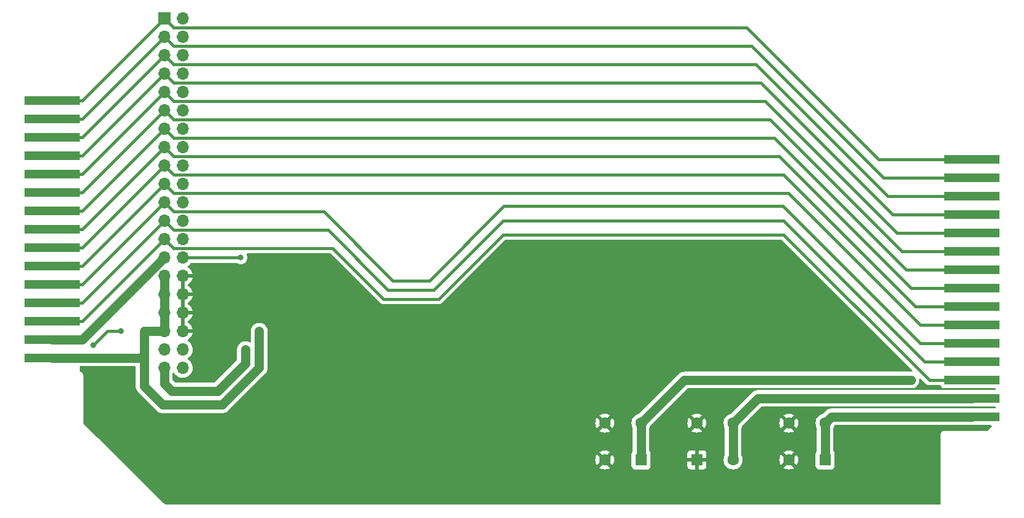
<source format=gbl>
G04 #@! TF.GenerationSoftware,KiCad,Pcbnew,(6.0.0)*
G04 #@! TF.CreationDate,2022-11-09T00:44:27-05:00*
G04 #@! TF.ProjectId,Sorcerer Rom Pack to Ribbon,536f7263-6572-4657-9220-526f6d205061,rev?*
G04 #@! TF.SameCoordinates,Original*
G04 #@! TF.FileFunction,Copper,L2,Bot*
G04 #@! TF.FilePolarity,Positive*
%FSLAX46Y46*%
G04 Gerber Fmt 4.6, Leading zero omitted, Abs format (unit mm)*
G04 Created by KiCad (PCBNEW (6.0.0)) date 2022-11-09 00:44:27*
%MOMM*%
%LPD*%
G01*
G04 APERTURE LIST*
G04 #@! TA.AperFunction,ComponentPad*
%ADD10C,1.600000*%
G04 #@! TD*
G04 #@! TA.AperFunction,ConnectorPad*
%ADD11R,7.600000X1.270000*%
G04 #@! TD*
G04 #@! TA.AperFunction,ComponentPad*
%ADD12R,1.600000X1.600000*%
G04 #@! TD*
G04 #@! TA.AperFunction,ComponentPad*
%ADD13R,1.700000X1.700000*%
G04 #@! TD*
G04 #@! TA.AperFunction,ComponentPad*
%ADD14O,1.700000X1.700000*%
G04 #@! TD*
G04 #@! TA.AperFunction,ViaPad*
%ADD15C,0.800000*%
G04 #@! TD*
G04 #@! TA.AperFunction,Conductor*
%ADD16C,1.270000*%
G04 #@! TD*
G04 #@! TA.AperFunction,Conductor*
%ADD17C,0.400000*%
G04 #@! TD*
G04 APERTURE END LIST*
D10*
X172720000Y-132080000D03*
X167720000Y-132080000D03*
D11*
X192985000Y-95660000D03*
X192985000Y-98200000D03*
X192985000Y-100740000D03*
X192985000Y-103280000D03*
X192985000Y-105820000D03*
X192985000Y-108360000D03*
X192985000Y-110900000D03*
X192985000Y-113440000D03*
X192985000Y-115980000D03*
X192985000Y-118520000D03*
X192985000Y-121060000D03*
X192985000Y-123600000D03*
X192985000Y-126140000D03*
X192985000Y-128680000D03*
X192985000Y-131220000D03*
D10*
X147320000Y-132080000D03*
X142320000Y-132080000D03*
D12*
X155020000Y-137160000D03*
D10*
X160020000Y-137160000D03*
X155020000Y-132080000D03*
X160020000Y-132080000D03*
D13*
X81534000Y-76200000D03*
D14*
X84074000Y-76200000D03*
X81534000Y-78740000D03*
X84074000Y-78740000D03*
X81534000Y-81280000D03*
X84074000Y-81280000D03*
X81534000Y-83820000D03*
X84074000Y-83820000D03*
X81534000Y-86360000D03*
X84074000Y-86360000D03*
X81534000Y-88900000D03*
X84074000Y-88900000D03*
X81534000Y-91440000D03*
X84074000Y-91440000D03*
X81534000Y-93980000D03*
X84074000Y-93980000D03*
X81534000Y-96520000D03*
X84074000Y-96520000D03*
X81534000Y-99060000D03*
X84074000Y-99060000D03*
X81534000Y-101600000D03*
X84074000Y-101600000D03*
X81534000Y-104140000D03*
X84074000Y-104140000D03*
X81534000Y-106680000D03*
X84074000Y-106680000D03*
X81534000Y-109220000D03*
X84074000Y-109220000D03*
X81534000Y-111760000D03*
X84074000Y-111760000D03*
X81534000Y-114300000D03*
X84074000Y-114300000D03*
X81534000Y-116840000D03*
X84074000Y-116840000D03*
X81534000Y-119380000D03*
X84074000Y-119380000D03*
X81534000Y-121920000D03*
X84074000Y-121920000D03*
X81534000Y-124460000D03*
X84074000Y-124460000D03*
D12*
X147320000Y-137160000D03*
D10*
X142320000Y-137160000D03*
D12*
X172720000Y-137160000D03*
D10*
X167720000Y-137160000D03*
D11*
X66015000Y-123075700D03*
X66015000Y-120535700D03*
X66015000Y-117995700D03*
X66015000Y-115455700D03*
X66015000Y-112915700D03*
X66015000Y-110375700D03*
X66015000Y-107835700D03*
X66015000Y-105295700D03*
X66015000Y-102755700D03*
X66015000Y-100215700D03*
X66015000Y-97675700D03*
X66015000Y-95135700D03*
X66015000Y-92595700D03*
X66015000Y-90055700D03*
X66015000Y-87515700D03*
D15*
X94615000Y-119380000D03*
X92710000Y-121920000D03*
X184560000Y-126140000D03*
X71755000Y-121285000D03*
X92075000Y-109220000D03*
X75565000Y-119380000D03*
D16*
X78219300Y-123075700D02*
X66050000Y-123075700D01*
X172720000Y-132080000D02*
X172720000Y-137160000D01*
X81534000Y-111760000D02*
X81534000Y-119380000D01*
X78740000Y-122555000D02*
X78219300Y-123075700D01*
X78740000Y-127000000D02*
X78740000Y-122555000D01*
X81280000Y-129540000D02*
X78740000Y-127000000D01*
X78740000Y-122555000D02*
X78740000Y-119380000D01*
X192985000Y-131220000D02*
X173580000Y-131220000D01*
X173580000Y-131220000D02*
X172720000Y-132080000D01*
X94615000Y-119380000D02*
X94615000Y-124460000D01*
X94615000Y-124460000D02*
X89535000Y-129540000D01*
X89535000Y-129540000D02*
X81280000Y-129540000D01*
X78740000Y-119380000D02*
X81534000Y-119380000D01*
X160020000Y-132080000D02*
X160020000Y-137160000D01*
X92710000Y-121920000D02*
X92710000Y-123825000D01*
X88900000Y-127635000D02*
X82550000Y-127635000D01*
X81534000Y-126619000D02*
X81534000Y-124460000D01*
X70218300Y-120535700D02*
X66050000Y-120535700D01*
X92710000Y-123825000D02*
X88900000Y-127635000D01*
X163420000Y-128680000D02*
X160020000Y-132080000D01*
X82550000Y-127635000D02*
X81534000Y-126619000D01*
X192985000Y-128680000D02*
X163420000Y-128680000D01*
X81534000Y-109220000D02*
X70218300Y-120535700D01*
X147320000Y-132080000D02*
X147320000Y-137160000D01*
X153260000Y-126140000D02*
X147320000Y-132080000D01*
X184560000Y-126140000D02*
X153260000Y-126140000D01*
D17*
X113030000Y-112395000D02*
X118110000Y-112395000D01*
X81534000Y-101600000D02*
X82824489Y-102890489D01*
X82824489Y-102890489D02*
X103525489Y-102890489D01*
X118110000Y-112395000D02*
X128385394Y-102119606D01*
X185830000Y-121060000D02*
X192985000Y-121060000D01*
X166889606Y-102119606D02*
X185830000Y-121060000D01*
X103525489Y-102890489D02*
X113030000Y-112395000D01*
X128385394Y-102119606D02*
X166889606Y-102119606D01*
X70218300Y-112915700D02*
X66050000Y-112915700D01*
X81534000Y-101600000D02*
X70218300Y-112915700D01*
X70218300Y-110375700D02*
X66050000Y-110375700D01*
X81534000Y-99060000D02*
X70218300Y-110375700D01*
X185830000Y-118520000D02*
X192985000Y-118520000D01*
X81534000Y-99060000D02*
X82824489Y-100350489D01*
X167660489Y-100350489D02*
X185830000Y-118520000D01*
X82824489Y-100350489D02*
X167660489Y-100350489D01*
X167005000Y-106045000D02*
X187100000Y-126140000D01*
X104754511Y-107929511D02*
X111760000Y-114935000D01*
X128270000Y-106045000D02*
X167005000Y-106045000D01*
X81534000Y-106680000D02*
X82783511Y-107929511D01*
X81534000Y-106680000D02*
X70218300Y-117995700D01*
X70218300Y-117995700D02*
X66050000Y-117995700D01*
X82783511Y-107929511D02*
X104754511Y-107929511D01*
X187100000Y-126140000D02*
X192985000Y-126140000D01*
X119380000Y-114935000D02*
X128270000Y-106045000D01*
X111760000Y-114935000D02*
X119380000Y-114935000D01*
X81534000Y-76200000D02*
X70218300Y-87515700D01*
X161904511Y-77449511D02*
X180115000Y-95660000D01*
X180115000Y-95660000D02*
X192985000Y-95660000D01*
X82783511Y-77449511D02*
X161904511Y-77449511D01*
X81534000Y-76200000D02*
X82783511Y-77449511D01*
X70218300Y-87515700D02*
X66050000Y-87515700D01*
X70218300Y-90055700D02*
X66050000Y-90055700D01*
X82824489Y-80030489D02*
X81534000Y-78740000D01*
X180750000Y-98200000D02*
X162580489Y-80030489D01*
X192985000Y-98200000D02*
X180750000Y-98200000D01*
X162580489Y-80030489D02*
X82824489Y-80030489D01*
X81534000Y-78740000D02*
X70218300Y-90055700D01*
X81534000Y-86360000D02*
X70218300Y-97675700D01*
X81534000Y-86360000D02*
X82824489Y-87650489D01*
X164465000Y-87630000D02*
X182655000Y-105820000D01*
X161269511Y-87650489D02*
X161290000Y-87630000D01*
X82824489Y-87650489D02*
X161269511Y-87650489D01*
X70218300Y-97675700D02*
X66050000Y-97675700D01*
X161290000Y-87630000D02*
X164465000Y-87630000D01*
X182655000Y-105820000D02*
X192985000Y-105820000D01*
X82824489Y-90190489D02*
X165120489Y-90190489D01*
X183290000Y-108360000D02*
X192985000Y-108360000D01*
X165120489Y-90190489D02*
X183290000Y-108360000D01*
X81534000Y-88900000D02*
X82824489Y-90190489D01*
X81534000Y-88900000D02*
X70218300Y-100215700D01*
X70218300Y-100215700D02*
X66050000Y-100215700D01*
X183925000Y-110900000D02*
X192985000Y-110900000D01*
X82783511Y-92689511D02*
X165714511Y-92689511D01*
X70218300Y-102755700D02*
X66050000Y-102755700D01*
X165714511Y-92689511D02*
X183925000Y-110900000D01*
X81534000Y-91440000D02*
X82783511Y-92689511D01*
X81534000Y-91440000D02*
X70218300Y-102755700D01*
X81534000Y-93980000D02*
X82824489Y-95270489D01*
X81534000Y-93980000D02*
X70218300Y-105295700D01*
X70218300Y-105295700D02*
X66050000Y-105295700D01*
X82824489Y-95270489D02*
X163174511Y-95270489D01*
X166370000Y-95250000D02*
X184560000Y-113440000D01*
X163195000Y-95250000D02*
X166370000Y-95250000D01*
X184560000Y-113440000D02*
X192985000Y-113440000D01*
X163174511Y-95270489D02*
X163195000Y-95250000D01*
X70218300Y-107835700D02*
X66050000Y-107835700D01*
X81534000Y-96520000D02*
X82824489Y-97810489D01*
X163830000Y-97790000D02*
X167005000Y-97790000D01*
X167005000Y-97790000D02*
X185195000Y-115980000D01*
X163809511Y-97810489D02*
X163830000Y-97790000D01*
X81534000Y-96520000D02*
X70218300Y-107835700D01*
X185195000Y-115980000D02*
X192985000Y-115980000D01*
X82824489Y-97810489D02*
X163809511Y-97810489D01*
X81534000Y-104140000D02*
X82824489Y-105430489D01*
X167005000Y-104140000D02*
X186465000Y-123600000D01*
X186465000Y-123600000D02*
X192985000Y-123600000D01*
X70218300Y-115455700D02*
X66050000Y-115455700D01*
X82824489Y-105430489D02*
X104160489Y-105430489D01*
X112395000Y-113665000D02*
X118745000Y-113665000D01*
X118745000Y-113665000D02*
X128270000Y-104140000D01*
X104160489Y-105430489D02*
X112395000Y-113665000D01*
X81534000Y-104140000D02*
X70218300Y-115455700D01*
X128270000Y-104140000D02*
X167005000Y-104140000D01*
X70218300Y-92595700D02*
X66050000Y-92595700D01*
X81534000Y-81280000D02*
X70218300Y-92595700D01*
X82783511Y-82529511D02*
X163174511Y-82529511D01*
X81534000Y-81280000D02*
X82783511Y-82529511D01*
X181385000Y-100740000D02*
X192985000Y-100740000D01*
X163174511Y-82529511D02*
X181385000Y-100740000D01*
X70218300Y-95135700D02*
X66050000Y-95135700D01*
X182020000Y-103280000D02*
X192985000Y-103280000D01*
X82783511Y-85069511D02*
X163809511Y-85069511D01*
X81534000Y-83820000D02*
X82783511Y-85069511D01*
X163809511Y-85069511D02*
X182020000Y-103280000D01*
X81534000Y-83820000D02*
X70218300Y-95135700D01*
X71755000Y-121285000D02*
X73660000Y-119380000D01*
X92075000Y-109220000D02*
X84074000Y-109220000D01*
X73660000Y-119380000D02*
X75565000Y-119380000D01*
G04 #@! TA.AperFunction,Conductor*
G36*
X166727461Y-106773502D02*
G01*
X166748435Y-106790405D01*
X184741419Y-124783389D01*
X184775445Y-124845701D01*
X184770380Y-124916516D01*
X184727833Y-124973352D01*
X184661313Y-124998163D01*
X184637518Y-124997611D01*
X184631822Y-124996937D01*
X184631815Y-124996937D01*
X184628126Y-124996500D01*
X153302805Y-124996500D01*
X153294564Y-124996230D01*
X153285452Y-124995633D01*
X153229939Y-124991994D01*
X153142041Y-125002398D01*
X153138773Y-125002740D01*
X153050721Y-125010831D01*
X153045155Y-125012401D01*
X153041459Y-125013086D01*
X153030610Y-125015244D01*
X153026974Y-125016017D01*
X153021235Y-125016696D01*
X152936744Y-125042931D01*
X152933608Y-125043860D01*
X152872459Y-125061106D01*
X152848451Y-125067877D01*
X152843263Y-125070435D01*
X152839812Y-125071760D01*
X152829434Y-125075901D01*
X152826047Y-125077304D01*
X152820527Y-125079018D01*
X152815413Y-125081709D01*
X152815412Y-125081709D01*
X152742255Y-125120198D01*
X152739319Y-125121695D01*
X152659963Y-125160829D01*
X152655332Y-125164287D01*
X152652129Y-125166250D01*
X152642742Y-125172173D01*
X152639649Y-125174182D01*
X152634537Y-125176871D01*
X152565044Y-125231656D01*
X152562474Y-125233627D01*
X152496199Y-125283116D01*
X152496192Y-125283123D01*
X152491571Y-125286573D01*
X152487657Y-125290807D01*
X152487655Y-125290809D01*
X152435738Y-125346973D01*
X152432308Y-125350539D01*
X146985300Y-130797547D01*
X146928816Y-130830159D01*
X146870757Y-130845716D01*
X146773591Y-130891025D01*
X146668238Y-130940151D01*
X146668233Y-130940154D01*
X146663251Y-130942477D01*
X146606080Y-130982509D01*
X146480211Y-131070643D01*
X146480208Y-131070645D01*
X146475700Y-131073802D01*
X146313802Y-131235700D01*
X146182477Y-131423251D01*
X146180154Y-131428233D01*
X146180151Y-131428238D01*
X146180034Y-131428489D01*
X146085716Y-131630757D01*
X146084294Y-131636065D01*
X146084293Y-131636067D01*
X146063019Y-131715461D01*
X146026457Y-131851913D01*
X146006502Y-132080000D01*
X146026457Y-132308087D01*
X146027881Y-132313400D01*
X146027881Y-132313402D01*
X146082358Y-132516709D01*
X146085716Y-132529243D01*
X146088039Y-132534224D01*
X146088039Y-132534225D01*
X146164695Y-132698615D01*
X146176500Y-132751865D01*
X146176500Y-135928397D01*
X146156498Y-135996518D01*
X146151330Y-136003956D01*
X146069385Y-136113295D01*
X146018255Y-136249684D01*
X146011500Y-136311866D01*
X146011500Y-138008134D01*
X146018255Y-138070316D01*
X146069385Y-138206705D01*
X146156739Y-138323261D01*
X146273295Y-138410615D01*
X146409684Y-138461745D01*
X146471866Y-138468500D01*
X148168134Y-138468500D01*
X148230316Y-138461745D01*
X148366705Y-138410615D01*
X148483261Y-138323261D01*
X148570615Y-138206705D01*
X148621745Y-138070316D01*
X148628500Y-138008134D01*
X148628500Y-138004669D01*
X153712001Y-138004669D01*
X153712371Y-138011490D01*
X153717895Y-138062352D01*
X153721521Y-138077604D01*
X153766676Y-138198054D01*
X153775214Y-138213649D01*
X153851715Y-138315724D01*
X153864276Y-138328285D01*
X153966351Y-138404786D01*
X153981946Y-138413324D01*
X154102394Y-138458478D01*
X154117649Y-138462105D01*
X154168514Y-138467631D01*
X154175328Y-138468000D01*
X154747885Y-138468000D01*
X154763124Y-138463525D01*
X154764329Y-138462135D01*
X154766000Y-138454452D01*
X154766000Y-138449884D01*
X155274000Y-138449884D01*
X155278475Y-138465123D01*
X155279865Y-138466328D01*
X155287548Y-138467999D01*
X155864669Y-138467999D01*
X155871490Y-138467629D01*
X155922352Y-138462105D01*
X155937604Y-138458479D01*
X156058054Y-138413324D01*
X156073649Y-138404786D01*
X156175724Y-138328285D01*
X156188285Y-138315724D01*
X156264786Y-138213649D01*
X156273324Y-138198054D01*
X156318478Y-138077606D01*
X156322105Y-138062351D01*
X156327631Y-138011486D01*
X156328000Y-138004672D01*
X156328000Y-137432115D01*
X156323525Y-137416876D01*
X156322135Y-137415671D01*
X156314452Y-137414000D01*
X155292115Y-137414000D01*
X155276876Y-137418475D01*
X155275671Y-137419865D01*
X155274000Y-137427548D01*
X155274000Y-138449884D01*
X154766000Y-138449884D01*
X154766000Y-137432115D01*
X154761525Y-137416876D01*
X154760135Y-137415671D01*
X154752452Y-137414000D01*
X153730116Y-137414000D01*
X153714877Y-137418475D01*
X153713672Y-137419865D01*
X153712001Y-137427548D01*
X153712001Y-138004669D01*
X148628500Y-138004669D01*
X148628500Y-136887885D01*
X153712000Y-136887885D01*
X153716475Y-136903124D01*
X153717865Y-136904329D01*
X153725548Y-136906000D01*
X154747885Y-136906000D01*
X154763124Y-136901525D01*
X154764329Y-136900135D01*
X154766000Y-136892452D01*
X154766000Y-136887885D01*
X155274000Y-136887885D01*
X155278475Y-136903124D01*
X155279865Y-136904329D01*
X155287548Y-136906000D01*
X156309884Y-136906000D01*
X156325123Y-136901525D01*
X156326328Y-136900135D01*
X156327999Y-136892452D01*
X156327999Y-136315331D01*
X156327629Y-136308510D01*
X156322105Y-136257648D01*
X156318479Y-136242396D01*
X156273324Y-136121946D01*
X156264786Y-136106351D01*
X156188285Y-136004276D01*
X156175724Y-135991715D01*
X156073649Y-135915214D01*
X156058054Y-135906676D01*
X155937606Y-135861522D01*
X155922351Y-135857895D01*
X155871486Y-135852369D01*
X155864672Y-135852000D01*
X155292115Y-135852000D01*
X155276876Y-135856475D01*
X155275671Y-135857865D01*
X155274000Y-135865548D01*
X155274000Y-136887885D01*
X154766000Y-136887885D01*
X154766000Y-135870116D01*
X154761525Y-135854877D01*
X154760135Y-135853672D01*
X154752452Y-135852001D01*
X154175331Y-135852001D01*
X154168510Y-135852371D01*
X154117648Y-135857895D01*
X154102396Y-135861521D01*
X153981946Y-135906676D01*
X153966351Y-135915214D01*
X153864276Y-135991715D01*
X153851715Y-136004276D01*
X153775214Y-136106351D01*
X153766676Y-136121946D01*
X153721522Y-136242394D01*
X153717895Y-136257649D01*
X153712369Y-136308514D01*
X153712000Y-136315328D01*
X153712000Y-136887885D01*
X148628500Y-136887885D01*
X148628500Y-136311866D01*
X148621745Y-136249684D01*
X148570615Y-136113295D01*
X148488674Y-136003961D01*
X148463826Y-135937456D01*
X148463500Y-135928397D01*
X148463500Y-133166062D01*
X154298493Y-133166062D01*
X154307789Y-133178077D01*
X154358994Y-133213931D01*
X154368489Y-133219414D01*
X154565947Y-133311490D01*
X154576239Y-133315236D01*
X154786688Y-133371625D01*
X154797481Y-133373528D01*
X155014525Y-133392517D01*
X155025475Y-133392517D01*
X155242519Y-133373528D01*
X155253312Y-133371625D01*
X155463761Y-133315236D01*
X155474053Y-133311490D01*
X155671511Y-133219414D01*
X155681006Y-133213931D01*
X155733048Y-133177491D01*
X155741424Y-133167012D01*
X155734356Y-133153566D01*
X155032812Y-132452022D01*
X155018868Y-132444408D01*
X155017035Y-132444539D01*
X155010420Y-132448790D01*
X154304923Y-133154287D01*
X154298493Y-133166062D01*
X148463500Y-133166062D01*
X148463500Y-132751865D01*
X148475305Y-132698615D01*
X148531271Y-132578595D01*
X148554284Y-132529243D01*
X148569841Y-132471184D01*
X148602453Y-132414700D01*
X148931678Y-132085475D01*
X153707483Y-132085475D01*
X153726472Y-132302519D01*
X153728375Y-132313312D01*
X153784764Y-132523761D01*
X153788510Y-132534053D01*
X153880586Y-132731511D01*
X153886069Y-132741006D01*
X153922509Y-132793048D01*
X153932988Y-132801424D01*
X153946434Y-132794356D01*
X154647978Y-132092812D01*
X154654356Y-132081132D01*
X155384408Y-132081132D01*
X155384539Y-132082965D01*
X155388790Y-132089580D01*
X156094287Y-132795077D01*
X156106062Y-132801507D01*
X156118077Y-132792211D01*
X156153931Y-132741006D01*
X156159414Y-132731511D01*
X156251490Y-132534053D01*
X156255236Y-132523761D01*
X156311625Y-132313312D01*
X156313528Y-132302519D01*
X156332517Y-132085475D01*
X156332517Y-132074525D01*
X156313528Y-131857481D01*
X156311625Y-131846688D01*
X156255236Y-131636239D01*
X156251490Y-131625947D01*
X156159414Y-131428489D01*
X156153931Y-131418994D01*
X156117491Y-131366952D01*
X156107012Y-131358576D01*
X156093566Y-131365644D01*
X155392022Y-132067188D01*
X155384408Y-132081132D01*
X154654356Y-132081132D01*
X154655592Y-132078868D01*
X154655461Y-132077035D01*
X154651210Y-132070420D01*
X153945713Y-131364923D01*
X153933938Y-131358493D01*
X153921923Y-131367789D01*
X153886069Y-131418994D01*
X153880586Y-131428489D01*
X153788510Y-131625947D01*
X153784764Y-131636239D01*
X153728375Y-131846688D01*
X153726472Y-131857481D01*
X153707483Y-132074525D01*
X153707483Y-132085475D01*
X148931678Y-132085475D01*
X150024165Y-130992988D01*
X154298576Y-130992988D01*
X154305644Y-131006434D01*
X155007188Y-131707978D01*
X155021132Y-131715592D01*
X155022965Y-131715461D01*
X155029580Y-131711210D01*
X155735077Y-131005713D01*
X155741507Y-130993938D01*
X155732211Y-130981923D01*
X155681006Y-130946069D01*
X155671511Y-130940586D01*
X155474053Y-130848510D01*
X155463761Y-130844764D01*
X155253312Y-130788375D01*
X155242519Y-130786472D01*
X155025475Y-130767483D01*
X155014525Y-130767483D01*
X154797481Y-130786472D01*
X154786688Y-130788375D01*
X154576239Y-130844764D01*
X154565947Y-130848510D01*
X154368489Y-130940586D01*
X154358994Y-130946069D01*
X154306952Y-130982509D01*
X154298576Y-130992988D01*
X150024165Y-130992988D01*
X153696748Y-127320405D01*
X153759060Y-127286379D01*
X153785843Y-127283500D01*
X163352892Y-127283500D01*
X163400350Y-127297435D01*
X163420021Y-127286541D01*
X163447537Y-127283500D01*
X184613316Y-127283500D01*
X184769279Y-127269169D01*
X184774841Y-127267600D01*
X184774843Y-127267600D01*
X184870414Y-127240646D01*
X184971549Y-127212123D01*
X185160037Y-127119171D01*
X185301823Y-127013295D01*
X185323805Y-126996880D01*
X185323806Y-126996879D01*
X185328429Y-126993427D01*
X185358111Y-126961317D01*
X185467167Y-126843341D01*
X185467169Y-126843338D01*
X185471086Y-126839101D01*
X185583231Y-126661362D01*
X185661108Y-126466163D01*
X185662233Y-126460506D01*
X185662235Y-126460500D01*
X185700981Y-126265707D01*
X185700981Y-126265705D01*
X185702108Y-126260040D01*
X185703127Y-126182252D01*
X185704859Y-126049898D01*
X185707482Y-126049932D01*
X185719790Y-125991360D01*
X185769636Y-125940804D01*
X185838902Y-125925223D01*
X185905596Y-125949562D01*
X185919897Y-125961867D01*
X186578550Y-126620520D01*
X186584404Y-126626785D01*
X186622439Y-126670385D01*
X186628657Y-126674755D01*
X186674697Y-126707112D01*
X186679993Y-126711045D01*
X186730282Y-126750477D01*
X186737204Y-126753602D01*
X186739452Y-126754964D01*
X186754185Y-126763368D01*
X186756524Y-126764622D01*
X186762739Y-126768990D01*
X186769815Y-126771749D01*
X186769819Y-126771751D01*
X186822274Y-126792202D01*
X186828352Y-126794757D01*
X186886574Y-126821045D01*
X186894045Y-126822429D01*
X186896599Y-126823230D01*
X186912878Y-126827867D01*
X186915433Y-126828523D01*
X186922509Y-126831282D01*
X186944796Y-126834216D01*
X186985851Y-126839621D01*
X186992367Y-126840653D01*
X187034706Y-126848500D01*
X187055187Y-126852296D01*
X187062767Y-126851859D01*
X187062768Y-126851859D01*
X187117398Y-126848709D01*
X187124651Y-126848500D01*
X188582126Y-126848500D01*
X188650247Y-126868502D01*
X188696740Y-126922158D01*
X188700108Y-126930271D01*
X188725079Y-126996880D01*
X188734385Y-127021705D01*
X188821739Y-127138261D01*
X188938295Y-127225615D01*
X189074684Y-127276745D01*
X189136866Y-127283500D01*
X196151000Y-127283500D01*
X196219121Y-127303502D01*
X196265614Y-127357158D01*
X196277000Y-127409500D01*
X196277000Y-127410500D01*
X196256998Y-127478621D01*
X196203342Y-127525114D01*
X196151000Y-127536500D01*
X163462795Y-127536500D01*
X163454555Y-127536230D01*
X163439297Y-127535230D01*
X163402077Y-127521600D01*
X163388390Y-127530396D01*
X163367701Y-127534627D01*
X163302092Y-127542392D01*
X163298813Y-127542736D01*
X163216477Y-127550302D01*
X163216476Y-127550302D01*
X163210721Y-127550831D01*
X163205162Y-127552399D01*
X163201588Y-127553061D01*
X163190585Y-127555250D01*
X163186972Y-127556018D01*
X163181235Y-127556697D01*
X163096724Y-127582938D01*
X163093627Y-127583854D01*
X163008451Y-127607877D01*
X163003263Y-127610435D01*
X162999812Y-127611760D01*
X162989434Y-127615901D01*
X162986047Y-127617304D01*
X162980527Y-127619018D01*
X162975413Y-127621709D01*
X162975412Y-127621709D01*
X162902255Y-127660198D01*
X162899319Y-127661695D01*
X162819963Y-127700829D01*
X162815332Y-127704287D01*
X162812129Y-127706250D01*
X162802742Y-127712173D01*
X162799649Y-127714182D01*
X162794537Y-127716871D01*
X162725044Y-127771656D01*
X162722474Y-127773627D01*
X162656199Y-127823116D01*
X162656192Y-127823123D01*
X162651571Y-127826573D01*
X162647657Y-127830807D01*
X162647655Y-127830809D01*
X162595738Y-127886973D01*
X162592308Y-127890539D01*
X159685300Y-130797547D01*
X159628816Y-130830159D01*
X159570757Y-130845716D01*
X159473591Y-130891025D01*
X159368238Y-130940151D01*
X159368233Y-130940154D01*
X159363251Y-130942477D01*
X159306080Y-130982509D01*
X159180211Y-131070643D01*
X159180208Y-131070645D01*
X159175700Y-131073802D01*
X159013802Y-131235700D01*
X158882477Y-131423251D01*
X158880154Y-131428233D01*
X158880151Y-131428238D01*
X158880034Y-131428489D01*
X158785716Y-131630757D01*
X158784294Y-131636065D01*
X158784293Y-131636067D01*
X158763019Y-131715461D01*
X158726457Y-131851913D01*
X158706502Y-132080000D01*
X158726457Y-132308087D01*
X158727881Y-132313400D01*
X158727881Y-132313402D01*
X158782358Y-132516709D01*
X158785716Y-132529243D01*
X158788039Y-132534224D01*
X158788039Y-132534225D01*
X158864695Y-132698615D01*
X158876500Y-132751865D01*
X158876500Y-136488135D01*
X158864695Y-136541385D01*
X158785716Y-136710757D01*
X158784294Y-136716065D01*
X158784293Y-136716067D01*
X158734972Y-136900135D01*
X158726457Y-136931913D01*
X158706502Y-137160000D01*
X158726457Y-137388087D01*
X158727881Y-137393400D01*
X158727881Y-137393402D01*
X158765025Y-137532022D01*
X158785716Y-137609243D01*
X158788039Y-137614224D01*
X158788039Y-137614225D01*
X158880151Y-137811762D01*
X158880154Y-137811767D01*
X158882477Y-137816749D01*
X159013802Y-138004300D01*
X159175700Y-138166198D01*
X159180208Y-138169355D01*
X159180211Y-138169357D01*
X159221195Y-138198054D01*
X159363251Y-138297523D01*
X159368233Y-138299846D01*
X159368238Y-138299849D01*
X159564765Y-138391490D01*
X159570757Y-138394284D01*
X159576065Y-138395706D01*
X159576067Y-138395707D01*
X159786598Y-138452119D01*
X159786600Y-138452119D01*
X159791913Y-138453543D01*
X160020000Y-138473498D01*
X160248087Y-138453543D01*
X160253400Y-138452119D01*
X160253402Y-138452119D01*
X160463933Y-138395707D01*
X160463935Y-138395706D01*
X160469243Y-138394284D01*
X160475235Y-138391490D01*
X160671762Y-138299849D01*
X160671767Y-138299846D01*
X160676749Y-138297523D01*
X160750243Y-138246062D01*
X166998493Y-138246062D01*
X167007789Y-138258077D01*
X167058994Y-138293931D01*
X167068489Y-138299414D01*
X167265947Y-138391490D01*
X167276239Y-138395236D01*
X167486688Y-138451625D01*
X167497481Y-138453528D01*
X167714525Y-138472517D01*
X167725475Y-138472517D01*
X167942519Y-138453528D01*
X167953312Y-138451625D01*
X168163761Y-138395236D01*
X168174053Y-138391490D01*
X168371511Y-138299414D01*
X168381006Y-138293931D01*
X168433048Y-138257491D01*
X168441424Y-138247012D01*
X168434356Y-138233566D01*
X167732812Y-137532022D01*
X167718868Y-137524408D01*
X167717035Y-137524539D01*
X167710420Y-137528790D01*
X167004923Y-138234287D01*
X166998493Y-138246062D01*
X160750243Y-138246062D01*
X160818805Y-138198054D01*
X160859789Y-138169357D01*
X160859792Y-138169355D01*
X160864300Y-138166198D01*
X161026198Y-138004300D01*
X161157523Y-137816749D01*
X161159846Y-137811767D01*
X161159849Y-137811762D01*
X161251961Y-137614225D01*
X161251961Y-137614224D01*
X161254284Y-137609243D01*
X161274976Y-137532022D01*
X161312119Y-137393402D01*
X161312119Y-137393400D01*
X161313543Y-137388087D01*
X161333019Y-137165475D01*
X166407483Y-137165475D01*
X166426472Y-137382519D01*
X166428375Y-137393312D01*
X166484764Y-137603761D01*
X166488510Y-137614053D01*
X166580586Y-137811511D01*
X166586069Y-137821006D01*
X166622509Y-137873048D01*
X166632988Y-137881424D01*
X166646434Y-137874356D01*
X167347978Y-137172812D01*
X167354356Y-137161132D01*
X168084408Y-137161132D01*
X168084539Y-137162965D01*
X168088790Y-137169580D01*
X168794287Y-137875077D01*
X168806062Y-137881507D01*
X168818077Y-137872211D01*
X168853931Y-137821006D01*
X168859414Y-137811511D01*
X168951490Y-137614053D01*
X168955236Y-137603761D01*
X169011625Y-137393312D01*
X169013528Y-137382519D01*
X169032517Y-137165475D01*
X169032517Y-137154525D01*
X169013528Y-136937481D01*
X169011625Y-136926688D01*
X168955236Y-136716239D01*
X168951490Y-136705947D01*
X168859414Y-136508489D01*
X168853931Y-136498994D01*
X168817491Y-136446952D01*
X168807012Y-136438576D01*
X168793566Y-136445644D01*
X168092022Y-137147188D01*
X168084408Y-137161132D01*
X167354356Y-137161132D01*
X167355592Y-137158868D01*
X167355461Y-137157035D01*
X167351210Y-137150420D01*
X166645713Y-136444923D01*
X166633938Y-136438493D01*
X166621923Y-136447789D01*
X166586069Y-136498994D01*
X166580586Y-136508489D01*
X166488510Y-136705947D01*
X166484764Y-136716239D01*
X166428375Y-136926688D01*
X166426472Y-136937481D01*
X166407483Y-137154525D01*
X166407483Y-137165475D01*
X161333019Y-137165475D01*
X161333498Y-137160000D01*
X161313543Y-136931913D01*
X161305028Y-136900135D01*
X161255707Y-136716067D01*
X161255706Y-136716065D01*
X161254284Y-136710757D01*
X161175305Y-136541385D01*
X161163500Y-136488135D01*
X161163500Y-136072988D01*
X166998576Y-136072988D01*
X167005644Y-136086434D01*
X167707188Y-136787978D01*
X167721132Y-136795592D01*
X167722965Y-136795461D01*
X167729580Y-136791210D01*
X168435077Y-136085713D01*
X168441507Y-136073938D01*
X168432211Y-136061923D01*
X168381006Y-136026069D01*
X168371511Y-136020586D01*
X168174053Y-135928510D01*
X168163761Y-135924764D01*
X167953312Y-135868375D01*
X167942519Y-135866472D01*
X167725475Y-135847483D01*
X167714525Y-135847483D01*
X167497481Y-135866472D01*
X167486688Y-135868375D01*
X167276239Y-135924764D01*
X167265947Y-135928510D01*
X167068489Y-136020586D01*
X167058994Y-136026069D01*
X167006952Y-136062509D01*
X166998576Y-136072988D01*
X161163500Y-136072988D01*
X161163500Y-133166062D01*
X166998493Y-133166062D01*
X167007789Y-133178077D01*
X167058994Y-133213931D01*
X167068489Y-133219414D01*
X167265947Y-133311490D01*
X167276239Y-133315236D01*
X167486688Y-133371625D01*
X167497481Y-133373528D01*
X167714525Y-133392517D01*
X167725475Y-133392517D01*
X167942519Y-133373528D01*
X167953312Y-133371625D01*
X168163761Y-133315236D01*
X168174053Y-133311490D01*
X168371511Y-133219414D01*
X168381006Y-133213931D01*
X168433048Y-133177491D01*
X168441424Y-133167012D01*
X168434356Y-133153566D01*
X167732812Y-132452022D01*
X167718868Y-132444408D01*
X167717035Y-132444539D01*
X167710420Y-132448790D01*
X167004923Y-133154287D01*
X166998493Y-133166062D01*
X161163500Y-133166062D01*
X161163500Y-132751865D01*
X161175305Y-132698615D01*
X161231271Y-132578595D01*
X161254284Y-132529243D01*
X161269841Y-132471184D01*
X161302453Y-132414700D01*
X161631678Y-132085475D01*
X166407483Y-132085475D01*
X166426472Y-132302519D01*
X166428375Y-132313312D01*
X166484764Y-132523761D01*
X166488510Y-132534053D01*
X166580586Y-132731511D01*
X166586069Y-132741006D01*
X166622509Y-132793048D01*
X166632988Y-132801424D01*
X166646434Y-132794356D01*
X167347978Y-132092812D01*
X167354356Y-132081132D01*
X168084408Y-132081132D01*
X168084539Y-132082965D01*
X168088790Y-132089580D01*
X168794287Y-132795077D01*
X168806062Y-132801507D01*
X168818077Y-132792211D01*
X168853931Y-132741006D01*
X168859414Y-132731511D01*
X168951490Y-132534053D01*
X168955236Y-132523761D01*
X169011625Y-132313312D01*
X169013528Y-132302519D01*
X169032517Y-132085475D01*
X169032517Y-132074525D01*
X169013528Y-131857481D01*
X169011625Y-131846688D01*
X168955236Y-131636239D01*
X168951490Y-131625947D01*
X168859414Y-131428489D01*
X168853931Y-131418994D01*
X168817491Y-131366952D01*
X168807012Y-131358576D01*
X168793566Y-131365644D01*
X168092022Y-132067188D01*
X168084408Y-132081132D01*
X167354356Y-132081132D01*
X167355592Y-132078868D01*
X167355461Y-132077035D01*
X167351210Y-132070420D01*
X166645713Y-131364923D01*
X166633938Y-131358493D01*
X166621923Y-131367789D01*
X166586069Y-131418994D01*
X166580586Y-131428489D01*
X166488510Y-131625947D01*
X166484764Y-131636239D01*
X166428375Y-131846688D01*
X166426472Y-131857481D01*
X166407483Y-132074525D01*
X166407483Y-132085475D01*
X161631678Y-132085475D01*
X162724165Y-130992988D01*
X166998576Y-130992988D01*
X167005644Y-131006434D01*
X167707188Y-131707978D01*
X167721132Y-131715592D01*
X167722965Y-131715461D01*
X167729580Y-131711210D01*
X168435077Y-131005713D01*
X168441507Y-130993938D01*
X168432211Y-130981923D01*
X168381006Y-130946069D01*
X168371511Y-130940586D01*
X168174053Y-130848510D01*
X168163761Y-130844764D01*
X167953312Y-130788375D01*
X167942519Y-130786472D01*
X167725475Y-130767483D01*
X167714525Y-130767483D01*
X167497481Y-130786472D01*
X167486688Y-130788375D01*
X167276239Y-130844764D01*
X167265947Y-130848510D01*
X167068489Y-130940586D01*
X167058994Y-130946069D01*
X167006952Y-130982509D01*
X166998576Y-130992988D01*
X162724165Y-130992988D01*
X163856749Y-129860405D01*
X163919061Y-129826379D01*
X163945844Y-129823500D01*
X173512883Y-129823500D01*
X173560355Y-129837439D01*
X173580034Y-129826541D01*
X173607549Y-129823500D01*
X196151000Y-129823500D01*
X196219121Y-129843502D01*
X196265614Y-129897158D01*
X196277000Y-129949500D01*
X196277000Y-129950500D01*
X196256998Y-130018621D01*
X196203342Y-130065114D01*
X196151000Y-130076500D01*
X173622805Y-130076500D01*
X173614564Y-130076230D01*
X173599308Y-130075230D01*
X173562076Y-130061595D01*
X173548381Y-130070396D01*
X173527693Y-130074627D01*
X173514150Y-130076230D01*
X173462041Y-130082398D01*
X173458773Y-130082740D01*
X173370721Y-130090831D01*
X173365155Y-130092401D01*
X173361459Y-130093086D01*
X173350610Y-130095244D01*
X173346974Y-130096017D01*
X173341235Y-130096696D01*
X173256744Y-130122931D01*
X173253608Y-130123860D01*
X173192459Y-130141106D01*
X173168451Y-130147877D01*
X173163263Y-130150435D01*
X173159812Y-130151760D01*
X173149434Y-130155901D01*
X173146047Y-130157304D01*
X173140527Y-130159018D01*
X173135413Y-130161709D01*
X173135412Y-130161709D01*
X173062255Y-130200198D01*
X173059319Y-130201695D01*
X172979963Y-130240829D01*
X172975332Y-130244287D01*
X172972129Y-130246250D01*
X172962742Y-130252173D01*
X172959649Y-130254182D01*
X172954537Y-130256871D01*
X172885044Y-130311656D01*
X172882474Y-130313627D01*
X172816199Y-130363116D01*
X172816192Y-130363123D01*
X172811571Y-130366573D01*
X172807657Y-130370807D01*
X172807655Y-130370809D01*
X172755738Y-130426973D01*
X172752308Y-130430539D01*
X172385300Y-130797547D01*
X172328816Y-130830159D01*
X172270757Y-130845716D01*
X172173591Y-130891025D01*
X172068238Y-130940151D01*
X172068233Y-130940154D01*
X172063251Y-130942477D01*
X172006080Y-130982509D01*
X171880211Y-131070643D01*
X171880208Y-131070645D01*
X171875700Y-131073802D01*
X171713802Y-131235700D01*
X171582477Y-131423251D01*
X171580154Y-131428233D01*
X171580151Y-131428238D01*
X171580034Y-131428489D01*
X171485716Y-131630757D01*
X171484294Y-131636065D01*
X171484293Y-131636067D01*
X171463019Y-131715461D01*
X171426457Y-131851913D01*
X171406502Y-132080000D01*
X171426457Y-132308087D01*
X171427881Y-132313400D01*
X171427881Y-132313402D01*
X171482358Y-132516709D01*
X171485716Y-132529243D01*
X171488039Y-132534224D01*
X171488039Y-132534225D01*
X171564695Y-132698615D01*
X171576500Y-132751865D01*
X171576500Y-135928397D01*
X171556498Y-135996518D01*
X171551330Y-136003956D01*
X171469385Y-136113295D01*
X171418255Y-136249684D01*
X171411500Y-136311866D01*
X171411500Y-138008134D01*
X171418255Y-138070316D01*
X171469385Y-138206705D01*
X171556739Y-138323261D01*
X171673295Y-138410615D01*
X171809684Y-138461745D01*
X171871866Y-138468500D01*
X173568134Y-138468500D01*
X173630316Y-138461745D01*
X173766705Y-138410615D01*
X173883261Y-138323261D01*
X173970615Y-138206705D01*
X174021745Y-138070316D01*
X174028500Y-138008134D01*
X174028500Y-136311866D01*
X174021745Y-136249684D01*
X173970615Y-136113295D01*
X173888674Y-136003961D01*
X173863826Y-135937456D01*
X173863500Y-135928397D01*
X173863500Y-132751865D01*
X173875305Y-132698615D01*
X173931271Y-132578595D01*
X173954284Y-132529243D01*
X173969841Y-132471184D01*
X174002453Y-132414700D01*
X174016748Y-132400405D01*
X174079060Y-132366379D01*
X174105843Y-132363500D01*
X195594588Y-132363500D01*
X195662709Y-132383502D01*
X195709202Y-132437158D01*
X195719306Y-132507432D01*
X195689812Y-132572012D01*
X195683684Y-132578595D01*
X195161485Y-133100795D01*
X195099172Y-133134820D01*
X195072389Y-133137700D01*
X189193702Y-133137700D01*
X189192932Y-133137698D01*
X189192078Y-133137693D01*
X189115348Y-133137224D01*
X189106719Y-133139690D01*
X189106714Y-133139691D01*
X189086952Y-133145339D01*
X189070191Y-133148917D01*
X189049848Y-133151830D01*
X189049838Y-133151833D01*
X189040955Y-133153105D01*
X189017605Y-133163721D01*
X189000093Y-133170164D01*
X188987200Y-133173849D01*
X188975435Y-133177212D01*
X188950452Y-133192974D01*
X188935386Y-133201104D01*
X188908490Y-133213333D01*
X188889061Y-133230074D01*
X188874053Y-133241179D01*
X188852369Y-133254860D01*
X188846427Y-133261588D01*
X188832819Y-133276996D01*
X188820627Y-133289040D01*
X188798253Y-133308319D01*
X188793374Y-133315847D01*
X188793371Y-133315850D01*
X188784304Y-133329839D01*
X188773014Y-133344713D01*
X188756044Y-133363928D01*
X188752229Y-133372054D01*
X188752228Y-133372055D01*
X188749568Y-133377721D01*
X188743490Y-133390666D01*
X188735176Y-133405635D01*
X188719107Y-133430427D01*
X188716535Y-133439027D01*
X188711761Y-133454990D01*
X188705099Y-133472436D01*
X188694201Y-133495648D01*
X188692820Y-133504521D01*
X188689658Y-133524828D01*
X188685874Y-133541549D01*
X188679986Y-133561236D01*
X188679985Y-133561239D01*
X188677413Y-133569841D01*
X188677358Y-133578816D01*
X188677358Y-133578817D01*
X188677203Y-133604246D01*
X188677170Y-133605028D01*
X188677000Y-133606123D01*
X188677000Y-133636998D01*
X188676998Y-133637768D01*
X188676524Y-133715352D01*
X188676908Y-133716696D01*
X188677000Y-133718041D01*
X188677000Y-143161700D01*
X188656998Y-143229821D01*
X188603342Y-143276314D01*
X188551000Y-143287700D01*
X81674896Y-143287700D01*
X81606775Y-143267698D01*
X81586455Y-143251445D01*
X81495387Y-143161700D01*
X76507249Y-138246062D01*
X141598493Y-138246062D01*
X141607789Y-138258077D01*
X141658994Y-138293931D01*
X141668489Y-138299414D01*
X141865947Y-138391490D01*
X141876239Y-138395236D01*
X142086688Y-138451625D01*
X142097481Y-138453528D01*
X142314525Y-138472517D01*
X142325475Y-138472517D01*
X142542519Y-138453528D01*
X142553312Y-138451625D01*
X142763761Y-138395236D01*
X142774053Y-138391490D01*
X142971511Y-138299414D01*
X142981006Y-138293931D01*
X143033048Y-138257491D01*
X143041424Y-138247012D01*
X143034356Y-138233566D01*
X142332812Y-137532022D01*
X142318868Y-137524408D01*
X142317035Y-137524539D01*
X142310420Y-137528790D01*
X141604923Y-138234287D01*
X141598493Y-138246062D01*
X76507249Y-138246062D01*
X75410725Y-137165475D01*
X141007483Y-137165475D01*
X141026472Y-137382519D01*
X141028375Y-137393312D01*
X141084764Y-137603761D01*
X141088510Y-137614053D01*
X141180586Y-137811511D01*
X141186069Y-137821006D01*
X141222509Y-137873048D01*
X141232988Y-137881424D01*
X141246434Y-137874356D01*
X141947978Y-137172812D01*
X141954356Y-137161132D01*
X142684408Y-137161132D01*
X142684539Y-137162965D01*
X142688790Y-137169580D01*
X143394287Y-137875077D01*
X143406062Y-137881507D01*
X143418077Y-137872211D01*
X143453931Y-137821006D01*
X143459414Y-137811511D01*
X143551490Y-137614053D01*
X143555236Y-137603761D01*
X143611625Y-137393312D01*
X143613528Y-137382519D01*
X143632517Y-137165475D01*
X143632517Y-137154525D01*
X143613528Y-136937481D01*
X143611625Y-136926688D01*
X143555236Y-136716239D01*
X143551490Y-136705947D01*
X143459414Y-136508489D01*
X143453931Y-136498994D01*
X143417491Y-136446952D01*
X143407012Y-136438576D01*
X143393566Y-136445644D01*
X142692022Y-137147188D01*
X142684408Y-137161132D01*
X141954356Y-137161132D01*
X141955592Y-137158868D01*
X141955461Y-137157035D01*
X141951210Y-137150420D01*
X141245713Y-136444923D01*
X141233938Y-136438493D01*
X141221923Y-136447789D01*
X141186069Y-136498994D01*
X141180586Y-136508489D01*
X141088510Y-136705947D01*
X141084764Y-136716239D01*
X141028375Y-136926688D01*
X141026472Y-136937481D01*
X141007483Y-137154525D01*
X141007483Y-137165475D01*
X75410725Y-137165475D01*
X74302125Y-136072988D01*
X141598576Y-136072988D01*
X141605644Y-136086434D01*
X142307188Y-136787978D01*
X142321132Y-136795592D01*
X142322965Y-136795461D01*
X142329580Y-136791210D01*
X143035077Y-136085713D01*
X143041507Y-136073938D01*
X143032211Y-136061923D01*
X142981006Y-136026069D01*
X142971511Y-136020586D01*
X142774053Y-135928510D01*
X142763761Y-135924764D01*
X142553312Y-135868375D01*
X142542519Y-135866472D01*
X142325475Y-135847483D01*
X142314525Y-135847483D01*
X142097481Y-135866472D01*
X142086688Y-135868375D01*
X141876239Y-135924764D01*
X141865947Y-135928510D01*
X141668489Y-136020586D01*
X141658994Y-136026069D01*
X141606952Y-136062509D01*
X141598576Y-136072988D01*
X74302125Y-136072988D01*
X72277782Y-134078067D01*
X71352326Y-133166062D01*
X141598493Y-133166062D01*
X141607789Y-133178077D01*
X141658994Y-133213931D01*
X141668489Y-133219414D01*
X141865947Y-133311490D01*
X141876239Y-133315236D01*
X142086688Y-133371625D01*
X142097481Y-133373528D01*
X142314525Y-133392517D01*
X142325475Y-133392517D01*
X142542519Y-133373528D01*
X142553312Y-133371625D01*
X142763761Y-133315236D01*
X142774053Y-133311490D01*
X142971511Y-133219414D01*
X142981006Y-133213931D01*
X143033048Y-133177491D01*
X143041424Y-133167012D01*
X143034356Y-133153566D01*
X142332812Y-132452022D01*
X142318868Y-132444408D01*
X142317035Y-132444539D01*
X142310420Y-132448790D01*
X141604923Y-133154287D01*
X141598493Y-133166062D01*
X71352326Y-133166062D01*
X70360559Y-132188710D01*
X70326079Y-132126649D01*
X70323000Y-132098965D01*
X70323000Y-132085475D01*
X141007483Y-132085475D01*
X141026472Y-132302519D01*
X141028375Y-132313312D01*
X141084764Y-132523761D01*
X141088510Y-132534053D01*
X141180586Y-132731511D01*
X141186069Y-132741006D01*
X141222509Y-132793048D01*
X141232988Y-132801424D01*
X141246434Y-132794356D01*
X141947978Y-132092812D01*
X141954356Y-132081132D01*
X142684408Y-132081132D01*
X142684539Y-132082965D01*
X142688790Y-132089580D01*
X143394287Y-132795077D01*
X143406062Y-132801507D01*
X143418077Y-132792211D01*
X143453931Y-132741006D01*
X143459414Y-132731511D01*
X143551490Y-132534053D01*
X143555236Y-132523761D01*
X143611625Y-132313312D01*
X143613528Y-132302519D01*
X143632517Y-132085475D01*
X143632517Y-132074525D01*
X143613528Y-131857481D01*
X143611625Y-131846688D01*
X143555236Y-131636239D01*
X143551490Y-131625947D01*
X143459414Y-131428489D01*
X143453931Y-131418994D01*
X143417491Y-131366952D01*
X143407012Y-131358576D01*
X143393566Y-131365644D01*
X142692022Y-132067188D01*
X142684408Y-132081132D01*
X141954356Y-132081132D01*
X141955592Y-132078868D01*
X141955461Y-132077035D01*
X141951210Y-132070420D01*
X141245713Y-131364923D01*
X141233938Y-131358493D01*
X141221923Y-131367789D01*
X141186069Y-131418994D01*
X141180586Y-131428489D01*
X141088510Y-131625947D01*
X141084764Y-131636239D01*
X141028375Y-131846688D01*
X141026472Y-131857481D01*
X141007483Y-132074525D01*
X141007483Y-132085475D01*
X70323000Y-132085475D01*
X70323000Y-130992988D01*
X141598576Y-130992988D01*
X141605644Y-131006434D01*
X142307188Y-131707978D01*
X142321132Y-131715592D01*
X142322965Y-131715461D01*
X142329580Y-131711210D01*
X143035077Y-131005713D01*
X143041507Y-130993938D01*
X143032211Y-130981923D01*
X142981006Y-130946069D01*
X142971511Y-130940586D01*
X142774053Y-130848510D01*
X142763761Y-130844764D01*
X142553312Y-130788375D01*
X142542519Y-130786472D01*
X142325475Y-130767483D01*
X142314525Y-130767483D01*
X142097481Y-130786472D01*
X142086688Y-130788375D01*
X141876239Y-130844764D01*
X141865947Y-130848510D01*
X141668489Y-130940586D01*
X141658994Y-130946069D01*
X141606952Y-130982509D01*
X141598576Y-130992988D01*
X70323000Y-130992988D01*
X70323000Y-125510102D01*
X70323002Y-125509332D01*
X70323074Y-125497529D01*
X70323476Y-125431748D01*
X70321010Y-125423119D01*
X70321009Y-125423114D01*
X70315361Y-125403352D01*
X70311783Y-125386591D01*
X70308870Y-125366248D01*
X70308867Y-125366238D01*
X70307595Y-125357355D01*
X70296979Y-125334005D01*
X70290536Y-125316493D01*
X70285954Y-125300463D01*
X70283488Y-125291835D01*
X70267726Y-125266852D01*
X70259596Y-125251786D01*
X70247367Y-125224890D01*
X70230626Y-125205461D01*
X70219521Y-125190453D01*
X70210630Y-125176361D01*
X70205840Y-125168769D01*
X70183703Y-125149218D01*
X70171659Y-125137026D01*
X70171084Y-125136358D01*
X70152381Y-125114653D01*
X70144853Y-125109774D01*
X70144850Y-125109771D01*
X70130861Y-125100704D01*
X70115987Y-125089414D01*
X70111513Y-125085463D01*
X70096772Y-125072444D01*
X70088646Y-125068629D01*
X70088645Y-125068628D01*
X70082979Y-125065968D01*
X70070034Y-125059890D01*
X70055065Y-125051576D01*
X70030273Y-125035507D01*
X70005709Y-125028161D01*
X69988264Y-125021499D01*
X69965052Y-125010601D01*
X69935870Y-125006057D01*
X69919148Y-125002273D01*
X69916115Y-125001366D01*
X69904891Y-124998009D01*
X69845360Y-124959324D01*
X69816193Y-124894595D01*
X69815000Y-124877294D01*
X69815000Y-124345200D01*
X69835002Y-124277079D01*
X69888658Y-124230586D01*
X69941000Y-124219200D01*
X77470500Y-124219200D01*
X77538621Y-124239202D01*
X77585114Y-124292858D01*
X77596500Y-124345200D01*
X77596500Y-126957195D01*
X77596230Y-126965436D01*
X77591994Y-127030061D01*
X77602399Y-127117973D01*
X77602736Y-127121186D01*
X77610831Y-127209279D01*
X77612399Y-127214839D01*
X77613061Y-127218412D01*
X77615250Y-127229415D01*
X77616018Y-127233028D01*
X77616697Y-127238765D01*
X77642938Y-127323276D01*
X77643854Y-127326373D01*
X77667877Y-127411549D01*
X77670435Y-127416737D01*
X77671760Y-127420188D01*
X77675901Y-127430566D01*
X77677304Y-127433953D01*
X77679018Y-127439473D01*
X77681709Y-127444587D01*
X77681709Y-127444588D01*
X77720198Y-127517745D01*
X77721695Y-127520681D01*
X77760829Y-127600037D01*
X77764287Y-127604668D01*
X77766250Y-127607871D01*
X77772173Y-127617258D01*
X77774182Y-127620351D01*
X77776871Y-127625463D01*
X77831656Y-127694956D01*
X77833627Y-127697526D01*
X77883116Y-127763801D01*
X77883123Y-127763808D01*
X77886573Y-127768429D01*
X77890807Y-127772343D01*
X77890809Y-127772345D01*
X77946973Y-127824262D01*
X77950539Y-127827692D01*
X80441151Y-130318304D01*
X80446788Y-130324322D01*
X80489494Y-130373019D01*
X80558973Y-130427793D01*
X80561517Y-130429853D01*
X80625092Y-130482728D01*
X80625102Y-130482735D01*
X80629539Y-130486425D01*
X80634583Y-130489250D01*
X80637641Y-130491351D01*
X80646921Y-130497552D01*
X80650005Y-130499555D01*
X80654537Y-130503128D01*
X80659638Y-130505812D01*
X80659643Y-130505815D01*
X80732829Y-130544319D01*
X80735719Y-130545889D01*
X80812903Y-130589114D01*
X80818378Y-130590972D01*
X80821767Y-130592481D01*
X80832026Y-130596889D01*
X80835418Y-130598294D01*
X80840527Y-130600982D01*
X80863902Y-130608240D01*
X80924998Y-130627211D01*
X80928136Y-130628230D01*
X81006437Y-130654810D01*
X81006439Y-130654810D01*
X81011911Y-130656668D01*
X81017635Y-130657498D01*
X81021247Y-130658365D01*
X81032138Y-130660830D01*
X81035716Y-130661591D01*
X81041234Y-130663304D01*
X81046971Y-130663983D01*
X81129101Y-130673703D01*
X81132367Y-130674133D01*
X81147910Y-130676387D01*
X81214184Y-130685997D01*
X81214188Y-130685997D01*
X81219897Y-130686825D01*
X81302054Y-130683597D01*
X81307001Y-130683500D01*
X89492195Y-130683500D01*
X89500436Y-130683770D01*
X89565061Y-130688006D01*
X89652973Y-130677601D01*
X89656186Y-130677264D01*
X89744279Y-130669169D01*
X89749839Y-130667601D01*
X89753412Y-130666939D01*
X89764415Y-130664750D01*
X89768028Y-130663982D01*
X89773765Y-130663303D01*
X89858276Y-130637062D01*
X89861373Y-130636146D01*
X89946549Y-130612123D01*
X89951737Y-130609565D01*
X89955188Y-130608240D01*
X89965566Y-130604099D01*
X89968953Y-130602696D01*
X89974473Y-130600982D01*
X90052746Y-130559801D01*
X90055682Y-130558305D01*
X90135037Y-130519171D01*
X90139668Y-130515713D01*
X90142871Y-130513750D01*
X90152258Y-130507827D01*
X90155351Y-130505818D01*
X90160463Y-130503129D01*
X90229956Y-130448344D01*
X90232526Y-130446373D01*
X90298801Y-130396884D01*
X90298808Y-130396877D01*
X90303429Y-130393427D01*
X90359263Y-130333026D01*
X90362692Y-130329461D01*
X95393304Y-125298849D01*
X95399322Y-125293212D01*
X95426942Y-125268990D01*
X95448019Y-125250506D01*
X95502798Y-125181018D01*
X95504876Y-125178453D01*
X95557734Y-125114900D01*
X95557738Y-125114895D01*
X95561426Y-125110460D01*
X95564245Y-125105426D01*
X95566314Y-125102416D01*
X95572508Y-125093146D01*
X95574551Y-125090001D01*
X95578128Y-125085463D01*
X95581520Y-125079017D01*
X95619312Y-125007184D01*
X95620887Y-125004284D01*
X95621838Y-125002587D01*
X95642074Y-124966453D01*
X95661291Y-124932139D01*
X95661292Y-124932137D01*
X95664115Y-124927096D01*
X95665972Y-124921624D01*
X95667486Y-124918224D01*
X95671873Y-124908013D01*
X95673295Y-124904579D01*
X95675982Y-124899473D01*
X95684381Y-124872425D01*
X95702212Y-124815001D01*
X95703231Y-124811865D01*
X95726437Y-124743500D01*
X95731669Y-124728088D01*
X95732498Y-124722375D01*
X95733341Y-124718862D01*
X95735833Y-124707849D01*
X95736591Y-124704282D01*
X95738304Y-124698766D01*
X95739488Y-124688767D01*
X95748703Y-124610902D01*
X95749134Y-124607631D01*
X95761825Y-124520103D01*
X95758597Y-124437946D01*
X95758500Y-124432999D01*
X95758500Y-119326684D01*
X95744169Y-119170721D01*
X95731557Y-119126000D01*
X95688692Y-118974015D01*
X95687123Y-118968451D01*
X95594171Y-118779963D01*
X95553087Y-118724944D01*
X95471880Y-118616195D01*
X95471879Y-118616194D01*
X95468427Y-118611571D01*
X95443882Y-118588882D01*
X95318341Y-118472833D01*
X95318338Y-118472831D01*
X95314101Y-118468914D01*
X95136362Y-118356769D01*
X94941163Y-118278892D01*
X94935506Y-118277767D01*
X94935500Y-118277765D01*
X94740707Y-118239019D01*
X94740705Y-118239019D01*
X94735040Y-118237892D01*
X94729265Y-118237816D01*
X94729261Y-118237816D01*
X94624001Y-118236438D01*
X94524898Y-118235141D01*
X94519201Y-118236120D01*
X94519200Y-118236120D01*
X94323469Y-118269753D01*
X94317772Y-118270732D01*
X94120601Y-118343472D01*
X94115640Y-118346424D01*
X94115639Y-118346424D01*
X93973111Y-118431220D01*
X93939988Y-118450926D01*
X93781981Y-118589494D01*
X93764577Y-118611571D01*
X93668760Y-118733115D01*
X93651872Y-118754537D01*
X93649181Y-118759653D01*
X93649179Y-118759655D01*
X93578265Y-118894441D01*
X93554018Y-118940527D01*
X93491696Y-119141234D01*
X93471500Y-119311874D01*
X93471500Y-120819801D01*
X93451498Y-120887922D01*
X93397842Y-120934415D01*
X93327568Y-120944519D01*
X93278264Y-120926362D01*
X93267940Y-120919848D01*
X93231362Y-120896769D01*
X93036163Y-120818892D01*
X93030506Y-120817767D01*
X93030500Y-120817765D01*
X92835707Y-120779019D01*
X92835705Y-120779019D01*
X92830040Y-120777892D01*
X92824265Y-120777816D01*
X92824261Y-120777816D01*
X92719001Y-120776438D01*
X92619898Y-120775141D01*
X92614201Y-120776120D01*
X92614200Y-120776120D01*
X92546227Y-120787800D01*
X92412772Y-120810732D01*
X92215601Y-120883472D01*
X92034988Y-120990926D01*
X91876981Y-121129494D01*
X91873410Y-121134024D01*
X91787973Y-121242401D01*
X91746872Y-121294537D01*
X91744181Y-121299653D01*
X91744179Y-121299655D01*
X91662818Y-121454297D01*
X91649018Y-121480527D01*
X91586696Y-121681234D01*
X91566500Y-121851874D01*
X91566500Y-123299157D01*
X91546498Y-123367278D01*
X91529595Y-123388252D01*
X88463252Y-126454595D01*
X88400940Y-126488621D01*
X88374157Y-126491500D01*
X83075843Y-126491500D01*
X83007722Y-126471498D01*
X82986748Y-126454595D01*
X82714405Y-126182252D01*
X82680379Y-126119940D01*
X82677500Y-126093157D01*
X82677500Y-125237379D01*
X82698603Y-125171838D01*
X82696759Y-125170731D01*
X82698425Y-125167957D01*
X82700455Y-125166087D01*
X82701172Y-125163860D01*
X82702448Y-125162084D01*
X82703770Y-125163034D01*
X82750645Y-125119857D01*
X82820580Y-125107625D01*
X82886026Y-125135144D01*
X82913875Y-125166994D01*
X82917049Y-125172173D01*
X82973987Y-125265088D01*
X83120250Y-125433938D01*
X83292126Y-125576632D01*
X83485000Y-125689338D01*
X83693692Y-125769030D01*
X83698760Y-125770061D01*
X83698763Y-125770062D01*
X83806017Y-125791883D01*
X83912597Y-125813567D01*
X83917772Y-125813757D01*
X83917774Y-125813757D01*
X84130673Y-125821564D01*
X84130677Y-125821564D01*
X84135837Y-125821753D01*
X84140957Y-125821097D01*
X84140959Y-125821097D01*
X84352288Y-125794025D01*
X84352289Y-125794025D01*
X84357416Y-125793368D01*
X84362366Y-125791883D01*
X84566429Y-125730661D01*
X84566434Y-125730659D01*
X84571384Y-125729174D01*
X84771994Y-125630896D01*
X84953860Y-125501173D01*
X85112096Y-125343489D01*
X85131495Y-125316493D01*
X85235439Y-125171838D01*
X85242453Y-125162077D01*
X85262532Y-125121451D01*
X85339136Y-124966453D01*
X85339137Y-124966451D01*
X85341430Y-124961811D01*
X85406370Y-124748069D01*
X85435529Y-124526590D01*
X85435611Y-124523240D01*
X85437074Y-124463365D01*
X85437074Y-124463361D01*
X85437156Y-124460000D01*
X85418852Y-124237361D01*
X85364431Y-124020702D01*
X85275354Y-123815840D01*
X85154014Y-123628277D01*
X85003670Y-123463051D01*
X84999619Y-123459852D01*
X84999615Y-123459848D01*
X84832414Y-123327800D01*
X84832410Y-123327798D01*
X84828359Y-123324598D01*
X84787053Y-123301796D01*
X84737084Y-123251364D01*
X84722312Y-123181921D01*
X84747428Y-123115516D01*
X84774780Y-123088909D01*
X84818603Y-123057650D01*
X84953860Y-122961173D01*
X85112096Y-122803489D01*
X85171594Y-122720689D01*
X85239435Y-122626277D01*
X85242453Y-122622077D01*
X85248751Y-122609335D01*
X85339136Y-122426453D01*
X85339137Y-122426451D01*
X85341430Y-122421811D01*
X85406370Y-122208069D01*
X85435529Y-121986590D01*
X85437156Y-121920000D01*
X85418852Y-121697361D01*
X85364431Y-121480702D01*
X85275354Y-121275840D01*
X85183609Y-121134024D01*
X85156822Y-121092617D01*
X85156820Y-121092614D01*
X85154014Y-121088277D01*
X85003670Y-120923051D01*
X84999619Y-120919852D01*
X84999615Y-120919848D01*
X84832414Y-120787800D01*
X84832410Y-120787798D01*
X84828359Y-120784598D01*
X84816074Y-120777816D01*
X84791265Y-120764121D01*
X84786569Y-120761529D01*
X84736598Y-120711097D01*
X84721826Y-120641654D01*
X84746942Y-120575248D01*
X84774294Y-120548641D01*
X84949328Y-120423792D01*
X84957200Y-120417139D01*
X85108052Y-120266812D01*
X85114730Y-120258965D01*
X85239003Y-120086020D01*
X85244313Y-120077183D01*
X85338670Y-119886267D01*
X85342469Y-119876672D01*
X85404377Y-119672910D01*
X85406555Y-119662837D01*
X85407986Y-119651962D01*
X85405775Y-119637778D01*
X85392617Y-119634000D01*
X83946000Y-119634000D01*
X83877879Y-119613998D01*
X83831386Y-119560342D01*
X83820000Y-119508000D01*
X83820000Y-119107885D01*
X84328000Y-119107885D01*
X84332475Y-119123124D01*
X84333865Y-119124329D01*
X84341548Y-119126000D01*
X85392344Y-119126000D01*
X85405875Y-119122027D01*
X85407180Y-119112947D01*
X85365214Y-118945875D01*
X85361894Y-118936124D01*
X85276972Y-118740814D01*
X85272105Y-118731739D01*
X85156426Y-118552926D01*
X85150136Y-118544757D01*
X85006806Y-118387240D01*
X84999273Y-118380215D01*
X84832139Y-118248222D01*
X84823552Y-118242517D01*
X84786116Y-118221851D01*
X84736146Y-118171419D01*
X84721374Y-118101976D01*
X84746490Y-118035571D01*
X84773842Y-118008964D01*
X84949327Y-117883792D01*
X84957200Y-117877139D01*
X85108052Y-117726812D01*
X85114730Y-117718965D01*
X85239003Y-117546020D01*
X85244313Y-117537183D01*
X85338670Y-117346267D01*
X85342469Y-117336672D01*
X85404377Y-117132910D01*
X85406555Y-117122837D01*
X85407986Y-117111962D01*
X85405775Y-117097778D01*
X85392617Y-117094000D01*
X84346115Y-117094000D01*
X84330876Y-117098475D01*
X84329671Y-117099865D01*
X84328000Y-117107548D01*
X84328000Y-119107885D01*
X83820000Y-119107885D01*
X83820000Y-116567885D01*
X84328000Y-116567885D01*
X84332475Y-116583124D01*
X84333865Y-116584329D01*
X84341548Y-116586000D01*
X85392344Y-116586000D01*
X85405875Y-116582027D01*
X85407180Y-116572947D01*
X85365214Y-116405875D01*
X85361894Y-116396124D01*
X85276972Y-116200814D01*
X85272105Y-116191739D01*
X85156426Y-116012926D01*
X85150136Y-116004757D01*
X85006806Y-115847240D01*
X84999273Y-115840215D01*
X84832139Y-115708222D01*
X84823552Y-115702517D01*
X84786116Y-115681851D01*
X84736146Y-115631419D01*
X84721374Y-115561976D01*
X84746490Y-115495571D01*
X84773842Y-115468964D01*
X84949327Y-115343792D01*
X84957200Y-115337139D01*
X85108052Y-115186812D01*
X85114730Y-115178965D01*
X85239003Y-115006020D01*
X85244313Y-114997183D01*
X85338670Y-114806267D01*
X85342469Y-114796672D01*
X85404377Y-114592910D01*
X85406555Y-114582837D01*
X85407986Y-114571962D01*
X85405775Y-114557778D01*
X85392617Y-114554000D01*
X84346115Y-114554000D01*
X84330876Y-114558475D01*
X84329671Y-114559865D01*
X84328000Y-114567548D01*
X84328000Y-116567885D01*
X83820000Y-116567885D01*
X83820000Y-114027885D01*
X84328000Y-114027885D01*
X84332475Y-114043124D01*
X84333865Y-114044329D01*
X84341548Y-114046000D01*
X85392344Y-114046000D01*
X85405875Y-114042027D01*
X85407180Y-114032947D01*
X85365214Y-113865875D01*
X85361894Y-113856124D01*
X85276972Y-113660814D01*
X85272105Y-113651739D01*
X85156426Y-113472926D01*
X85150136Y-113464757D01*
X85006806Y-113307240D01*
X84999273Y-113300215D01*
X84832139Y-113168222D01*
X84823552Y-113162517D01*
X84786116Y-113141851D01*
X84736146Y-113091419D01*
X84721374Y-113021976D01*
X84746490Y-112955571D01*
X84773842Y-112928964D01*
X84949327Y-112803792D01*
X84957200Y-112797139D01*
X85108052Y-112646812D01*
X85114730Y-112638965D01*
X85239003Y-112466020D01*
X85244313Y-112457183D01*
X85338670Y-112266267D01*
X85342469Y-112256672D01*
X85404377Y-112052910D01*
X85406555Y-112042837D01*
X85407986Y-112031962D01*
X85405775Y-112017778D01*
X85392617Y-112014000D01*
X84346115Y-112014000D01*
X84330876Y-112018475D01*
X84329671Y-112019865D01*
X84328000Y-112027548D01*
X84328000Y-114027885D01*
X83820000Y-114027885D01*
X83820000Y-111632000D01*
X83840002Y-111563879D01*
X83893658Y-111517386D01*
X83946000Y-111506000D01*
X85392344Y-111506000D01*
X85405875Y-111502027D01*
X85407180Y-111492947D01*
X85365214Y-111325875D01*
X85361894Y-111316124D01*
X85276972Y-111120814D01*
X85272105Y-111111739D01*
X85156426Y-110932926D01*
X85150136Y-110924757D01*
X85006806Y-110767240D01*
X84999273Y-110760215D01*
X84832139Y-110628222D01*
X84823556Y-110622520D01*
X84786602Y-110602120D01*
X84736631Y-110551687D01*
X84721859Y-110482245D01*
X84746975Y-110415839D01*
X84774327Y-110389232D01*
X84797797Y-110372491D01*
X84953860Y-110261173D01*
X85012187Y-110203050D01*
X85108435Y-110107137D01*
X85112096Y-110103489D01*
X85121670Y-110090166D01*
X85200132Y-109980974D01*
X85256127Y-109937326D01*
X85302455Y-109928500D01*
X91463595Y-109928500D01*
X91531716Y-109948502D01*
X91537656Y-109952564D01*
X91585411Y-109987260D01*
X91618248Y-110011118D01*
X91624276Y-110013802D01*
X91624278Y-110013803D01*
X91649625Y-110025088D01*
X91792712Y-110088794D01*
X91879009Y-110107137D01*
X91973056Y-110127128D01*
X91973061Y-110127128D01*
X91979513Y-110128500D01*
X92170487Y-110128500D01*
X92176939Y-110127128D01*
X92176944Y-110127128D01*
X92270991Y-110107137D01*
X92357288Y-110088794D01*
X92500375Y-110025088D01*
X92525722Y-110013803D01*
X92525724Y-110013802D01*
X92531752Y-110011118D01*
X92573242Y-109980974D01*
X92631066Y-109938962D01*
X92686253Y-109898866D01*
X92703369Y-109879857D01*
X92809621Y-109761852D01*
X92809622Y-109761851D01*
X92814040Y-109756944D01*
X92904355Y-109600514D01*
X92906223Y-109597279D01*
X92906224Y-109597278D01*
X92909527Y-109591556D01*
X92968542Y-109409928D01*
X92973973Y-109358261D01*
X92987814Y-109226565D01*
X92988504Y-109220000D01*
X92968542Y-109030072D01*
X92909527Y-108848444D01*
X92897152Y-108827010D01*
X92880415Y-108758014D01*
X92903636Y-108690923D01*
X92959444Y-108647036D01*
X93006272Y-108638011D01*
X104408851Y-108638011D01*
X104476972Y-108658013D01*
X104497946Y-108674916D01*
X111238550Y-115415520D01*
X111244404Y-115421785D01*
X111282439Y-115465385D01*
X111288657Y-115469755D01*
X111334697Y-115502112D01*
X111339993Y-115506045D01*
X111390282Y-115545477D01*
X111397204Y-115548602D01*
X111399452Y-115549964D01*
X111414185Y-115558368D01*
X111416524Y-115559622D01*
X111422739Y-115563990D01*
X111429815Y-115566749D01*
X111429819Y-115566751D01*
X111482274Y-115587202D01*
X111488352Y-115589757D01*
X111546574Y-115616045D01*
X111554045Y-115617429D01*
X111556599Y-115618230D01*
X111572878Y-115622867D01*
X111575433Y-115623523D01*
X111582509Y-115626282D01*
X111603262Y-115629014D01*
X111645851Y-115634621D01*
X111652367Y-115635653D01*
X111705865Y-115645568D01*
X111715187Y-115647296D01*
X111722767Y-115646859D01*
X111722768Y-115646859D01*
X111777398Y-115643709D01*
X111784651Y-115643500D01*
X119351088Y-115643500D01*
X119359658Y-115643792D01*
X119409776Y-115647209D01*
X119409780Y-115647209D01*
X119417352Y-115647725D01*
X119424829Y-115646420D01*
X119424830Y-115646420D01*
X119451308Y-115641799D01*
X119480303Y-115636738D01*
X119486821Y-115635777D01*
X119550242Y-115628102D01*
X119557343Y-115625419D01*
X119559952Y-115624778D01*
X119576262Y-115620315D01*
X119578798Y-115619550D01*
X119586284Y-115618243D01*
X119644800Y-115592556D01*
X119650904Y-115590065D01*
X119651717Y-115589758D01*
X119710656Y-115567487D01*
X119716919Y-115563183D01*
X119719285Y-115561946D01*
X119734097Y-115553701D01*
X119736351Y-115552368D01*
X119743305Y-115549315D01*
X119794002Y-115510413D01*
X119799332Y-115506541D01*
X119845720Y-115474661D01*
X119845725Y-115474656D01*
X119851981Y-115470357D01*
X119861654Y-115459501D01*
X119893435Y-115423830D01*
X119898416Y-115418554D01*
X128526565Y-106790405D01*
X128588877Y-106756379D01*
X128615660Y-106753500D01*
X166659340Y-106753500D01*
X166727461Y-106773502D01*
G37*
G04 #@! TD.AperFunction*
M02*

</source>
